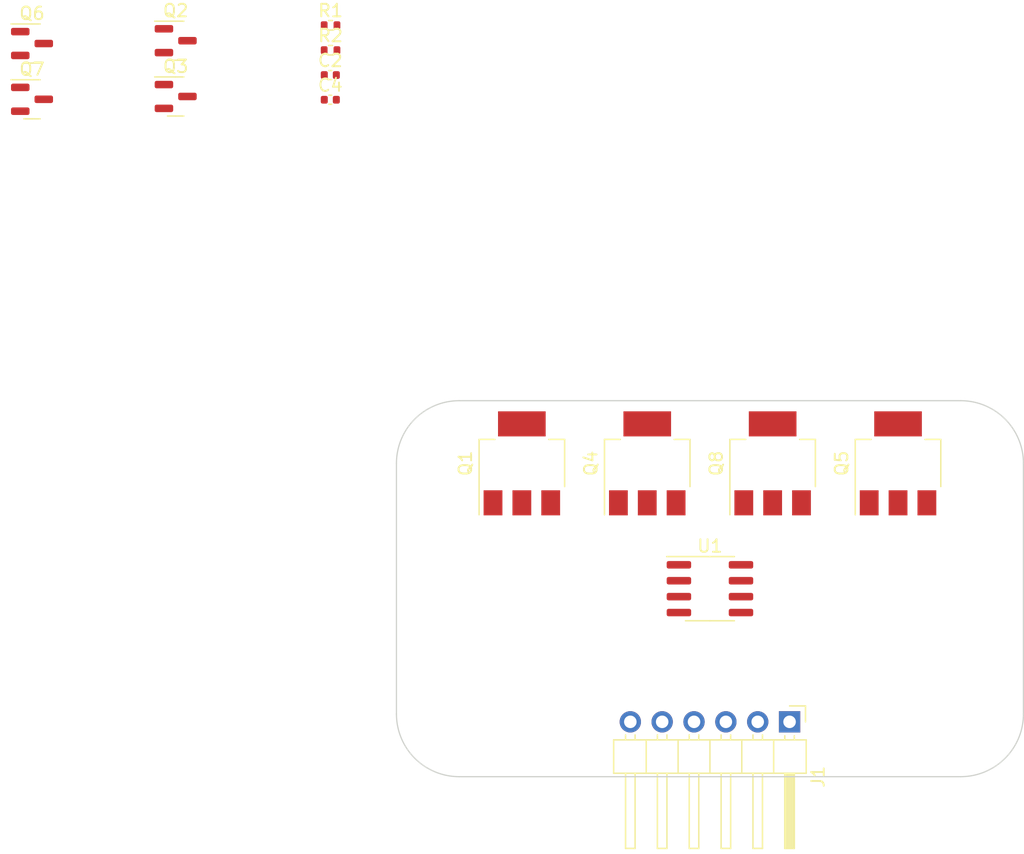
<source format=kicad_pcb>
(kicad_pcb (version 20221018) (generator pcbnew)
  (layers (0 "F.Cu" signal) (31 "B.Cu" signal) (34 "B.Paste" user) (35 "F.Paste" user) (36 "B.SilkS" user "B.Silkscreen") (37 "F.SilkS" user "F.Silkscreen") (38 "B.Mask" user) (39 "F.Mask" user) (44 "Edge.Cuts" user))
  (net 0 "")
  (net 3 "Net-(D1-A)")
  (net 4 "GND")
  (net 6 "+15V")
  (net 7 "+12V")
  (net 9 "Net-(U1C-V-)")
  (net 13 "Net-(U1C-V+)")
  (net 14 "Net-(Q2-E)")
  (net 15 "Net-(Q2-B)")
  (net 16 "Net-(Q2-C)")
  (net 17 "Net-(Q4-Pad1)")
  (net 32 "-12V")
  (net 33 "-15V")
  (footprint "Package_TO_SOT_SMD:SOT-23" (layer "F.Cu") (at 20.9375 21.5)
    (fp_text reference "Q6" (at 0 -2.4) (layer "F.SilkS"))
    (fp_text value "BC847")
    (fp_line (start 0 -1.56) (end -1.675 -1.56) (stroke (width 0.12)) (layer "F.SilkS"))
    (fp_line (start 0 -1.56) (end 0.65 -1.56) (stroke (width 0.12)) (layer "F.SilkS"))
    (fp_line (start 0 1.56) (end -0.65 1.56) (stroke (width 0.12)) (layer "F.SilkS"))
    (fp_line (start 0 1.56) (end 0.65 1.56) (stroke (width 0.12)) (layer "F.SilkS"))
    (pad "1" smd roundrect (at -0.9375 -0.95) (size 1.475 0.6) (layers "F.Cu" "F.Paste" "F.Mask"))
    (pad "2" smd roundrect (at -0.9375 0.95) (size 1.475 0.6) (layers "F.Cu" "F.Paste" "F.Mask"))
    (pad "3" smd roundrect (at 0.9375 0) (size 1.475 0.6) (layers "F.Cu" "F.Paste" "F.Mask"))
  )
  (footprint "Package_TO_SOT_SMD:SOT-23" (layer "F.Cu") (at 32.395 21.275)
    (fp_text reference "Q2" (at 0 -2.4) (layer "F.SilkS"))
    (fp_text value "BC857")
    (fp_line (start 0 -1.56) (end -1.675 -1.56) (stroke (width 0.12)) (layer "F.SilkS"))
    (fp_line (start 0 -1.56) (end 0.65 -1.56) (stroke (width 0.12)) (layer "F.SilkS"))
    (fp_line (start 0 1.56) (end -0.65 1.56) (stroke (width 0.12)) (layer "F.SilkS"))
    (fp_line (start 0 1.56) (end 0.65 1.56) (stroke (width 0.12)) (layer "F.SilkS"))
    (pad "1" smd roundrect (at -0.9375 -0.95) (size 1.475 0.6) (layers "F.Cu" "F.Paste" "F.Mask") (net 15 "Net-(Q2-B)"))
    (pad "2" smd roundrect (at -0.9375 0.95) (size 1.475 0.6) (layers "F.Cu" "F.Paste" "F.Mask") (net 14 "Net-(Q2-E)"))
    (pad "3" smd roundrect (at 0.9375 0) (size 1.475 0.6) (layers "F.Cu" "F.Paste" "F.Mask") (net 16 "Net-(Q2-C)"))
  )
  (footprint "Package_TO_SOT_SMD:SOT-223" (layer "F.Cu") (at 90 55 90)
    (fp_text reference "Q5" (at 0 -4.5 90) (layer "F.SilkS"))
    (fp_text value "PZT2907AT3G")
    (fp_line (start -4.1 -3.41) (end 1.91 -3.41) (stroke (width 0.12)) (layer "F.SilkS"))
    (fp_line (start -1.85 3.41) (end 1.91 3.41) (stroke (width 0.12)) (layer "F.SilkS"))
    (fp_line (start 1.91 -3.41) (end 1.91 -2.15) (stroke (width 0.12)) (layer "F.SilkS"))
    (fp_line (start 1.91 3.41) (end 1.91 2.15) (stroke (width 0.12)) (layer "F.SilkS"))
    (pad "1" smd rect (at -3.15 -2.3 90) (size 2 1.5) (layers "F.Cu" "F.Paste" "F.Mask"))
    (pad "2" smd rect (at -3.15 0 90) (size 2 1.5) (layers "F.Cu" "F.Paste" "F.Mask"))
    (pad "3" smd rect (at -3.15 2.3 90) (size 2 1.5) (layers "F.Cu" "F.Paste" "F.Mask"))
    (pad "4" smd rect (at 3.15 0 90) (size 2 3.8) (layers "F.Cu" "F.Paste" "F.Mask"))
  )
  (footprint "Capacitor_SMD:C_0402_1005Metric" (layer "F.Cu") (at 44.725 24.015)
    (fp_text reference "C2" (at 0 -1.16) (layer "F.SilkS"))
    (fp_text value "100p")
    (fp_line (start -0.107836 -0.36) (end 0.107836 -0.36) (stroke (width 0.12)) (layer "F.SilkS"))
    (fp_line (start -0.107836 0.36) (end 0.107836 0.36) (stroke (width 0.12)) (layer "F.SilkS"))
    (pad "1" smd roundrect (at -0.48 0) (size 0.56 0.62) (layers "F.Cu" "F.Paste" "F.Mask"))
    (pad "2" smd roundrect (at 0.48 0) (size 0.56 0.62) (layers "F.Cu" "F.Paste" "F.Mask"))
  )
  (footprint "Package_TO_SOT_SMD:SOT-223" (layer "F.Cu") (at 70 55 90)
    (fp_text reference "Q4" (at 0 -4.5 90) (layer "F.SilkS"))
    (fp_text value "PZT2222AT3G")
    (fp_line (start -4.1 -3.41) (end 1.91 -3.41) (stroke (width 0.12)) (layer "F.SilkS"))
    (fp_line (start -1.85 3.41) (end 1.91 3.41) (stroke (width 0.12)) (layer "F.SilkS"))
    (fp_line (start 1.91 -3.41) (end 1.91 -2.15) (stroke (width 0.12)) (layer "F.SilkS"))
    (fp_line (start 1.91 3.41) (end 1.91 2.15) (stroke (width 0.12)) (layer "F.SilkS"))
    (pad "1" smd rect (at -3.15 -2.3 90) (size 2 1.5) (layers "F.Cu" "F.Paste" "F.Mask") (net 17 "Net-(Q4-Pad1)"))
    (pad "2" smd rect (at -3.15 0 90) (size 2 1.5) (layers "F.Cu" "F.Paste" "F.Mask") (net 14 "Net-(Q2-E)"))
    (pad "3" smd rect (at -3.15 2.3 90) (size 2 1.5) (layers "F.Cu" "F.Paste" "F.Mask") (net 7 "+12V"))
    (pad "4" smd rect (at 3.15 0 90) (size 2 3.8) (layers "F.Cu" "F.Paste" "F.Mask") (net 14 "Net-(Q2-E)"))
  )
  (footprint "Package_TO_SOT_SMD:SOT-23" (layer "F.Cu") (at 32.395 25.725)
    (fp_text reference "Q3" (at 0 -2.4) (layer "F.SilkS"))
    (fp_text value "BC857")
    (fp_line (start 0 -1.56) (end -1.675 -1.56) (stroke (width 0.12)) (layer "F.SilkS"))
    (fp_line (start 0 -1.56) (end 0.65 -1.56) (stroke (width 0.12)) (layer "F.SilkS"))
    (fp_line (start 0 1.56) (end -0.65 1.56) (stroke (width 0.12)) (layer "F.SilkS"))
    (fp_line (start 0 1.56) (end 0.65 1.56) (stroke (width 0.12)) (layer "F.SilkS"))
    (pad "1" smd roundrect (at -0.9375 -0.95) (size 1.475 0.6) (layers "F.Cu" "F.Paste" "F.Mask") (net 16 "Net-(Q2-C)"))
    (pad "2" smd roundrect (at -0.9375 0.95) (size 1.475 0.6) (layers "F.Cu" "F.Paste" "F.Mask") (net 15 "Net-(Q2-B)"))
    (pad "3" smd roundrect (at 0.9375 0) (size 1.475 0.6) (layers "F.Cu" "F.Paste" "F.Mask") (net 3 "Net-(D1-A)"))
  )
  (footprint "Package_TO_SOT_SMD:SOT-223" (layer "F.Cu") (at 60 55 90)
    (fp_text reference "Q1" (at 0 -4.5 90) (layer "F.SilkS"))
    (fp_text value "PZT2222AT3G")
    (fp_line (start -4.1 -3.41) (end 1.91 -3.41) (stroke (width 0.12)) (layer "F.SilkS"))
    (fp_line (start -1.85 3.41) (end 1.91 3.41) (stroke (width 0.12)) (layer "F.SilkS"))
    (fp_line (start 1.91 -3.41) (end 1.91 -2.15) (stroke (width 0.12)) (layer "F.SilkS"))
    (fp_line (start 1.91 3.41) (end 1.91 2.15) (stroke (width 0.12)) (layer "F.SilkS"))
    (pad "1" smd rect (at -3.15 -2.3 90) (size 2 1.5) (layers "F.Cu" "F.Paste" "F.Mask"))
    (pad "2" smd rect (at -3.15 0 90) (size 2 1.5) (layers "F.Cu" "F.Paste" "F.Mask") (net 6 "+15V"))
    (pad "3" smd rect (at -3.15 2.3 90) (size 2 1.5) (layers "F.Cu" "F.Paste" "F.Mask") (net 14 "Net-(Q2-E)"))
    (pad "4" smd rect (at 3.15 0 90) (size 2 3.8) (layers "F.Cu" "F.Paste" "F.Mask") (net 6 "+15V"))
  )
  (footprint "Resistor_SMD:R_0402_1005Metric" (layer "F.Cu") (at 44.745 20.045)
    (fp_text reference "R1" (at 0 -1.17) (layer "F.SilkS"))
    (fp_text value "780R")
    (fp_line (start -0.153641 -0.38) (end 0.153641 -0.38) (stroke (width 0.12)) (layer "F.SilkS"))
    (fp_line (start -0.153641 0.38) (end 0.153641 0.38) (stroke (width 0.12)) (layer "F.SilkS"))
    (pad "1" smd roundrect (at -0.51 0) (size 0.54 0.64) (layers "F.Cu" "F.Paste" "F.Mask") (net 14 "Net-(Q2-E)"))
    (pad "2" smd roundrect (at 0.51 0) (size 0.54 0.64) (layers "F.Cu" "F.Paste" "F.Mask") (net 15 "Net-(Q2-B)"))
  )
  (footprint "Capacitor_SMD:C_0402_1005Metric" (layer "F.Cu") (at 44.725 25.985)
    (fp_text reference "C4" (at 0 -1.16) (layer "F.SilkS"))
    (fp_text value "100p")
    (fp_line (start -0.107836 -0.36) (end 0.107836 -0.36) (stroke (width 0.12)) (layer "F.SilkS"))
    (fp_line (start -0.107836 0.36) (end 0.107836 0.36) (stroke (width 0.12)) (layer "F.SilkS"))
    (pad "1" smd roundrect (at -0.48 0) (size 0.56 0.62) (layers "F.Cu" "F.Paste" "F.Mask") (net 3 "Net-(D1-A)"))
    (pad "2" smd roundrect (at 0.48 0) (size 0.56 0.62) (layers "F.Cu" "F.Paste" "F.Mask") (net 4 "GND"))
  )
  (footprint "Connector_PinHeader_2.54mm:PinHeader_1x06_P2.54mm_Horizontal" (layer "F.Cu") (at 81.35 75.625 -90)
    (fp_text reference "J1" (at 4.385 -2.27 90) (layer "F.SilkS"))
    (fp_text value "Conn_01x06")
    (fp_line (start -1.27 -1.27) (end 0 -1.27) (stroke (width 0.12)) (layer "F.SilkS"))
    (fp_line (start -1.27 0) (end -1.27 -1.27) (stroke (width 0.12)) (layer "F.SilkS"))
    (fp_line (start 1.042929 2.16) (end 1.44 2.16) (stroke (width 0.12)) (layer "F.SilkS"))
    (fp_line (start 1.042929 2.92) (end 1.44 2.92) (stroke (width 0.12)) (layer "F.SilkS"))
    (fp_line (start 1.042929 4.7) (end 1.44 4.7) (stroke (width 0.12)) (layer "F.SilkS"))
    (fp_line (start 1.042929 5.46) (end 1.44 5.46) (stroke (width 0.12)) (layer "F.SilkS"))
    (fp_line (start 1.042929 7.24) (end 1.44 7.24) (stroke (width 0.12)) (layer "F.SilkS"))
    (fp_line (start 1.042929 8) (end 1.44 8) (stroke (width 0.12)) (layer "F.SilkS"))
    (fp_line (start 1.042929 9.78) (end 1.44 9.78) (stroke (width 0.12)) (layer "F.SilkS"))
    (fp_line (start 1.042929 10.54) (end 1.44 10.54) (stroke (width 0.12)) (layer "F.SilkS"))
    (fp_line (start 1.042929 12.32) (end 1.44 12.32) (stroke (width 0.12)) (layer "F.SilkS"))
    (fp_line (start 1.042929 13.08) (end 1.44 13.08) (stroke (width 0.12)) (layer "F.SilkS"))
    (fp_line (start 1.11 -0.38) (end 1.44 -0.38) (stroke (width 0.12)) (layer "F.SilkS"))
    (fp_line (start 1.11 0.38) (end 1.44 0.38) (stroke (width 0.12)) (layer "F.SilkS"))
    (fp_line (start 1.44 -1.33) (end 1.44 14.03) (stroke (width 0.12)) (layer "F.SilkS"))
    (fp_line (start 1.44 1.27) (end 4.1 1.27) (stroke (width 0.12)) (layer "F.SilkS"))
    (fp_line (start 1.44 3.81) (end 4.1 3.81) (stroke (width 0.12)) (layer "F.SilkS"))
    (fp_line (start 1.44 6.35) (end 4.1 6.35) (stroke (width 0.12)) (layer "F.SilkS"))
    (fp_line (start 1.44 8.89) (end 4.1 8.89) (stroke (width 0.12)) (layer "F.SilkS"))
    (fp_line (start 1.44 11.43) (end 4.1 11.43) (stroke (width 0.12)) (layer "F.SilkS"))
    (fp_line (start 1.44 14.03) (end 4.1 14.03) (stroke (width 0.12)) (layer "F.SilkS"))
    (fp_line (start 4.1 -1.33) (end 1.44 -1.33) (stroke (width 0.12)) (layer "F.SilkS"))
    (fp_line (start 4.1 -0.38) (end 10.1 -0.38) (stroke (width 0.12)) (layer "F.SilkS"))
    (fp_line (start 4.1 -0.32) (end 10.1 -0.32) (stroke (width 0.12)) (layer "F.SilkS"))
    (fp_line (start 4.1 -0.2) (end 10.1 -0.2) (stroke (width 0.12)) (layer "F.SilkS"))
    (fp_line (start 4.1 -0.08) (end 10.1 -0.08) (stroke (width 0.12)) (layer "F.SilkS"))
    (fp_line (start 4.1 0.04) (end 10.1 0.04) (stroke (width 0.12)) (layer "F.SilkS"))
    (fp_line (start 4.1 0.16) (end 10.1 0.16) (stroke (width 0.12)) (layer "F.SilkS"))
    (fp_line (start 4.1 0.28) (end 10.1 0.28) (stroke (width 0.12)) (layer "F.SilkS"))
    (fp_line (start 4.1 2.16) (end 10.1 2.16) (stroke (width 0.12)) (layer "F.SilkS"))
    (fp_line (start 4.1 4.7) (end 10.1 4.7) (stroke (width 0.12)) (layer "F.SilkS"))
    (fp_line (start 4.1 7.24) (end 10.1 7.24) (stroke (width 0.12)) (layer "F.SilkS"))
    (fp_line (start 4.1 9.78) (end 10.1 9.78) (stroke (width 0.12)) (layer "F.SilkS"))
    (fp_line (start 4.1 12.32) (end 10.1 12.32) (stroke (width 0.12)) (layer "F.SilkS"))
    (fp_line (start 4.1 14.03) (end 4.1 -1.33) (stroke (width 0.12)) (layer "F.SilkS"))
    (fp_line (start 10.1 -0.38) (end 10.1 0.38) (stroke (width 0.12)) (layer "F.SilkS"))
    (fp_line (start 10.1 0.38) (end 4.1 0.38) (stroke (width 0.12)) (layer "F.SilkS"))
    (fp_line (start 10.1 2.16) (end 10.1 2.92) (stroke (width 0.12)) (layer "F.SilkS"))
    (fp_line (start 10.1 2.92) (end 4.1 2.92) (stroke (width 0.12)) (layer "F.SilkS"))
    (fp_line (start 10.1 4.7) (end 10.1 5.46) (stroke (width 0.12)) (layer "F.SilkS"))
    (fp_line (start 10.1 5.46) (end 4.1 5.46) (stroke (width 0.12)) (layer "F.SilkS"))
    (fp_line (start 10.1 7.24) (end 10.1 8) (stroke (width 0.12)) (layer "F.SilkS"))
    (fp_line (start 10.1 8) (end 4.1 8) (stroke (width 0.12)) (layer "F.SilkS"))
    (fp_line (start 10.1 9.78) (end 10.1 10.54) (stroke (width 0.12)) (layer "F.SilkS"))
    (fp_line (start 10.1 10.54) (end 4.1 10.54) (stroke (width 0.12)) (layer "F.SilkS"))
    (fp_line (start 10.1 12.32) (end 10.1 13.08) (stroke (width 0.12)) (layer "F.SilkS"))
    (fp_line (start 10.1 13.08) (end 4.1 13.08) (stroke (width 0.12)) (layer "F.SilkS"))
    (pad "1" thru_hole rect (at 0 0 270) (size 1.7 1.7) (drill 1) (layers "*.Cu" "*.Mask") (net 6 "+15V"))
    (pad "2" thru_hole oval (at 0 2.54 270) (size 1.7 1.7) (drill 1) (layers "*.Cu" "*.Mask") (net 4 "GND"))
    (pad "3" thru_hole oval (at 0 5.08 270) (size 1.7 1.7) (drill 1) (layers "*.Cu" "*.Mask") (net 7 "+12V"))
    (pad "4" thru_hole oval (at 0 7.62 270) (size 1.7 1.7) (drill 1) (layers "*.Cu" "*.Mask") (net 32 "-12V"))
    (pad "5" thru_hole oval (at 0 10.16 270) (size 1.7 1.7) (drill 1) (layers "*.Cu" "*.Mask") (net 4 "GND"))
    (pad "6" thru_hole oval (at 0 12.7 270) (size 1.7 1.7) (drill 1) (layers "*.Cu" "*.Mask") (net 33 "-15V"))
  )
  (footprint "Package_TO_SOT_SMD:SOT-223" (layer "F.Cu") (at 80 55 90)
    (fp_text reference "Q8" (at 0 -4.5 90) (layer "F.SilkS"))
    (fp_text value "PZT2907AT3G")
    (fp_line (start -4.1 -3.41) (end 1.91 -3.41) (stroke (width 0.12)) (layer "F.SilkS"))
    (fp_line (start -1.85 3.41) (end 1.91 3.41) (stroke (width 0.12)) (layer "F.SilkS"))
    (fp_line (start 1.91 -3.41) (end 1.91 -2.15) (stroke (width 0.12)) (layer "F.SilkS"))
    (fp_line (start 1.91 3.41) (end 1.91 2.15) (stroke (width 0.12)) (layer "F.SilkS"))
    (pad "1" smd rect (at -3.15 -2.3 90) (size 2 1.5) (layers "F.Cu" "F.Paste" "F.Mask"))
    (pad "2" smd rect (at -3.15 0 90) (size 2 1.5) (layers "F.Cu" "F.Paste" "F.Mask"))
    (pad "3" smd rect (at -3.15 2.3 90) (size 2 1.5) (layers "F.Cu" "F.Paste" "F.Mask"))
    (pad "4" smd rect (at 3.15 0 90) (size 2 3.8) (layers "F.Cu" "F.Paste" "F.Mask"))
  )
  (footprint "Package_TO_SOT_SMD:SOT-23" (layer "F.Cu") (at 20.9375 25.95)
    (fp_text reference "Q7" (at 0 -2.4) (layer "F.SilkS"))
    (fp_text value "BC847")
    (fp_line (start 0 -1.56) (end -1.675 -1.56) (stroke (width 0.12)) (layer "F.SilkS"))
    (fp_line (start 0 -1.56) (end 0.65 -1.56) (stroke (width 0.12)) (layer "F.SilkS"))
    (fp_line (start 0 1.56) (end -0.65 1.56) (stroke (width 0.12)) (layer "F.SilkS"))
    (fp_line (start 0 1.56) (end 0.65 1.56) (stroke (width 0.12)) (layer "F.SilkS"))
    (pad "1" smd roundrect (at -0.9375 -0.95) (size 1.475 0.6) (layers "F.Cu" "F.Paste" "F.Mask"))
    (pad "2" smd roundrect (at -0.9375 0.95) (size 1.475 0.6) (layers "F.Cu" "F.Paste" "F.Mask"))
    (pad "3" smd roundrect (at 0.9375 0) (size 1.475 0.6) (layers "F.Cu" "F.Paste" "F.Mask"))
  )
  (footprint "Package_SO:SOIC-8_3.9x4.9mm_P1.27mm" (layer "F.Cu") (at 75 65)
    (fp_text reference "U1" (at 0 -3.4) (layer "F.SilkS"))
    (fp_text value "LM4562")
    (fp_line (start 0 -2.56) (end -3.45 -2.56) (stroke (width 0.12)) (layer "F.SilkS"))
    (fp_line (start 0 -2.56) (end 1.95 -2.56) (stroke (width 0.12)) (layer "F.SilkS"))
    (fp_line (start 0 2.56) (end -1.95 2.56) (stroke (width 0.12)) (layer "F.SilkS"))
    (fp_line (start 0 2.56) (end 1.95 2.56) (stroke (width 0.12)) (layer "F.SilkS"))
    (pad "1" smd roundrect (at -2.475 -1.905) (size 1.95 0.6) (layers "F.Cu" "F.Paste" "F.Mask") (net 17 "Net-(Q4-Pad1)"))
    (pad "2" smd roundrect (at -2.475 -0.635) (size 1.95 0.6) (layers "F.Cu" "F.Paste" "F.Mask"))
    (pad "3" smd roundrect (at -2.475 0.635) (size 1.95 0.6) (layers "F.Cu" "F.Paste" "F.Mask") (net 3 "Net-(D1-A)"))
    (pad "4" smd roundrect (at -2.475 1.905) (size 1.95 0.6) (layers "F.Cu" "F.Paste" "F.Mask") (net 9 "Net-(U1C-V-)"))
    (pad "5" smd roundrect (at 2.475 1.905) (size 1.95 0.6) (layers "F.Cu" "F.Paste" "F.Mask"))
    (pad "6" smd roundrect (at 2.475 0.635) (size 1.95 0.6) (layers "F.Cu" "F.Paste" "F.Mask"))
    (pad "7" smd roundrect (at 2.475 -0.635) (size 1.95 0.6) (layers "F.Cu" "F.Paste" "F.Mask"))
    (pad "8" smd roundrect (at 2.475 -1.905) (size 1.95 0.6) (layers "F.Cu" "F.Paste" "F.Mask") (net 13 "Net-(U1C-V+)"))
  )
  (footprint "Resistor_SMD:R_0402_1005Metric" (layer "F.Cu") (at 44.745 22.035)
    (fp_text reference "R2" (at 0 -1.17) (layer "F.SilkS"))
    (fp_text value "10k")
    (fp_line (start -0.153641 -0.38) (end 0.153641 -0.38) (stroke (width 0.12)) (layer "F.SilkS"))
    (fp_line (start -0.153641 0.38) (end 0.153641 0.38) (stroke (width 0.12)) (layer "F.SilkS"))
    (pad "1" smd roundrect (at -0.51 0) (size 0.54 0.64) (layers "F.Cu" "F.Paste" "F.Mask") (net 4 "GND"))
    (pad "2" smd roundrect (at 0.51 0) (size 0.54 0.64) (layers "F.Cu" "F.Paste" "F.Mask") (net 16 "Net-(Q2-C)"))
  )
  (gr_arc (start 55 80) (mid 51.464466 78.535534) (end 50 75) (stroke (width 0.1)) (layer "Edge.Cuts"))
  (gr_arc (start 95 50) (mid 98.535534 51.464466) (end 100 55) (stroke (width 0.1)) (layer "Edge.Cuts"))
  (gr_arc (start 50 55) (mid 51.464466 51.464466) (end 55 50) (stroke (width 0.1)) (layer "Edge.Cuts"))
  (gr_line (start 100 55) (end 100 75) (stroke (width 0.1)) (layer "Edge.Cuts"))
  (gr_line (start 50 75) (end 50 55) (stroke (width 0.1)) (layer "Edge.Cuts"))
  (gr_arc (start 100 75) (mid 98.535534 78.535534) (end 95 80) (stroke (width 0.1)) (layer "Edge.Cuts"))
  (gr_line (start 95 80) (end 55 80) (stroke (width 0.1)) (layer "Edge.Cuts"))
  (gr_line (start 55 50) (end 95 50) (stroke (width 0.1)) (layer "Edge.Cuts"))
)
</source>
